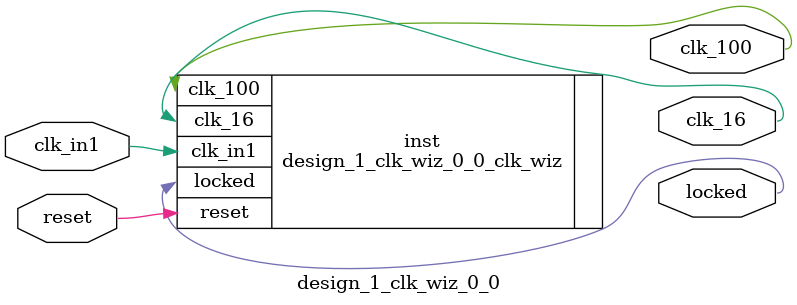
<source format=v>


`timescale 1ps/1ps

(* CORE_GENERATION_INFO = "design_1_clk_wiz_0_0,clk_wiz_v6_0_11_0_0,{component_name=design_1_clk_wiz_0_0,use_phase_alignment=true,use_min_o_jitter=false,use_max_i_jitter=false,use_dyn_phase_shift=false,use_inclk_switchover=false,use_dyn_reconfig=false,enable_axi=0,feedback_source=FDBK_AUTO,PRIMITIVE=MMCM,num_out_clk=2,clkin1_period=10.000,clkin2_period=10.000,use_power_down=false,use_reset=true,use_locked=true,use_inclk_stopped=false,feedback_type=SINGLE,CLOCK_MGR_TYPE=NA,manual_override=false}" *)

module design_1_clk_wiz_0_0 
 (
  // Clock out ports
  output        clk_16,
  output        clk_100,
  // Status and control signals
  input         reset,
  output        locked,
 // Clock in ports
  input         clk_in1
 );

  design_1_clk_wiz_0_0_clk_wiz inst
  (
  // Clock out ports  
  .clk_16(clk_16),
  .clk_100(clk_100),
  // Status and control signals               
  .reset(reset), 
  .locked(locked),
 // Clock in ports
  .clk_in1(clk_in1)
  );

endmodule

</source>
